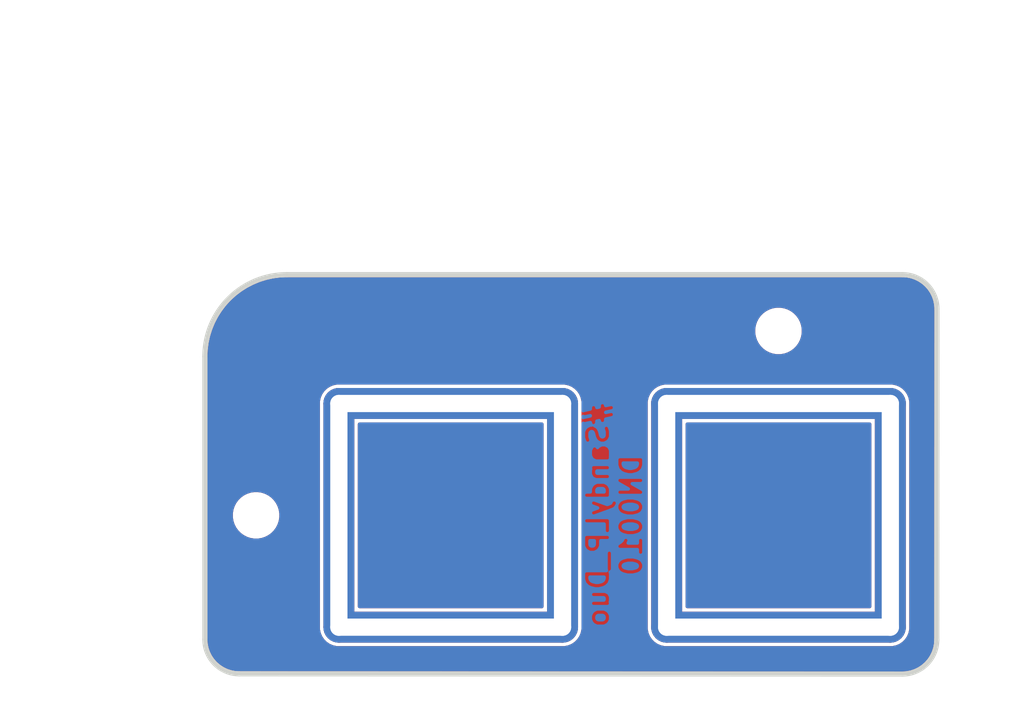
<source format=kicad_pcb>
(kicad_pcb (version 20240108) (generator "pcbnew") (generator_version "8.0")
  (title_block (title "Sandy") (date "2023-01-06") (rev "v.0") (company "@jpskenn"))
  (layers (0 "F.Cu" signal) (31 "B.Cu" signal) (34 "B.Paste" user) (35 "F.Paste" user) (36 "B.SilkS" user "B.Silkscreen") (37 "F.SilkS" user "F.Silkscreen") (38 "B.Mask" user) (39 "F.Mask" user) (44 "Edge.Cuts" user))
  (net 0 "")
  (footprint "MountingHole:MountingHole_2.2mm_M2" (layer "F.Cu") (at 28.7975 49.62528)
    (property "Reference" "H1" (hide yes))
    (property "Value" "MountingHole")
    (pad "" np_thru_hole circle (at 0 0) (size 2.2 2.2) (drill 2.2) (layers "*.Cu" "*.Mask"))
  )
  (footprint "locallib:SandyLPD_outline_Mid-ISO" (layer "F.Cu") (at 68.683435 59.15028)
    (property "Reference" "Cutout1" (hide yes))
    (property "Value" "60_Outline" (hide yes))
    (fp_line (start -42.8625 -2.314214) (end -42.8625 -18.750042) (stroke (width 0.3)) (layer "Edge.Cuts"))
    (fp_line (start -40.8625 -0.314214) (end -2.325 -0.3) (stroke (width 0.3)) (layer "Edge.Cuts"))
    (fp_line (start -38.1 -23.512542) (end -2.315 -23.512542) (stroke (width 0.3)) (layer "Edge.Cuts"))
    (fp_line (start -0.325 -2.3) (end -0.315 -21.512542) (stroke (width 0.3)) (layer "Edge.Cuts"))
    (fp_arc (start -42.8625 -18.750042) (mid -41.467596 -22.117638) (end -38.1 -23.512542) (stroke (width 0.3)) (layer "Edge.Cuts"))
    (fp_arc (start -40.8625 -0.314214) (mid -42.276714 -0.9) (end -42.8625 -2.314214) (stroke (width 0.3)) (layer "Edge.Cuts"))
    (fp_arc (start -2.315 -23.512542) (mid -0.900774 -22.926768) (end -0.315 -21.512542) (stroke (width 0.3)) (layer "Edge.Cuts"))
    (fp_arc (start -0.325 -2.3) (mid -0.910786 -0.885786) (end -2.325 -0.3) (stroke (width 0.3)) (layer "Edge.Cuts"))
  )
  (footprint "MountingHole:MountingHole_2.2mm_M2" (layer "F.Cu") (at 59.158435 38.909656)
    (property "Reference" "H2" (hide yes))
    (property "Value" "MountingHole")
    (pad "" np_thru_hole circle (at 0 0) (size 2.2 2.2) (drill 2.2) (layers "*.Cu" "*.Mask"))
  )
  (footprint "locallib:MX-Switch-Hole-with-narrow-frame" (layer "F.Cu") (at 59.158463 49.62529)
    (property "Reference" "SW2" (hide yes))
    (property "Value" "SW_Push")
    (pad "" np_thru_hole roundrect (at -6.5 0 90) (size 14.8 1.8) (drill oval 14 1) (layers "F&B.Cu" "*.Mask") (roundrect_rratio 0.5))
    (pad "" np_thru_hole roundrect (at 0 -6.5) (size 14.8 1.8) (drill oval 14 1) (layers "F&B.Cu" "*.Mask") (roundrect_rratio 0.5))
    (pad "" np_thru_hole roundrect (at 0 6.5) (size 14.8 1.8) (drill oval 14 1) (layers "F&B.Cu" "*.Mask") (roundrect_rratio 0.5))
    (pad "" np_thru_hole roundrect (at 6.5 0 90) (size 14.8 1.8) (drill oval 14 1) (layers "F&B.Cu" "*.Mask") (roundrect_rratio 0.5))
  )
  (footprint "locallib:MX-Switch-Hole-with-narrow-frame" (layer "F.Cu") (at 40.108447 49.62529)
    (property "Reference" "SW1" (hide yes))
    (property "Value" "SW_Push")
    (pad "" np_thru_hole roundrect (at -6.5 0 90) (size 14.8 1.8) (drill oval 14 1) (layers "F&B.Cu" "*.Mask") (roundrect_rratio 0.5))
    (pad "" np_thru_hole roundrect (at 0 -6.5) (size 14.8 1.8) (drill oval 14 1) (layers "F&B.Cu" "*.Mask") (roundrect_rratio 0.5))
    (pad "" np_thru_hole roundrect (at 0 6.5) (size 14.8 1.8) (drill oval 14 1) (layers "F&B.Cu" "*.Mask") (roundrect_rratio 0.5))
    (pad "" np_thru_hole roundrect (at 6.5 0 90) (size 14.8 1.8) (drill oval 14 1) (layers "F&B.Cu" "*.Mask") (roundrect_rratio 0.5))
  )
  (zone (net 0) (net_name "") (layers "F&B.Cu") (connect_pads (clearance 0.2)) (min_thickness 0.2) (fill yes (thermal_gap 0.3) (thermal_bridge_width 0.5))
    (polygon (pts (xy 73.445935 61.53153) (xy 13.914685 61.53153) (xy 13.914685 21.05028) (xy 73.445935 21.05028)))
  )
  (zone (net 0) (net_name "") (layer "B.Cu") (connect_pads (clearance 0)) (min_thickness 0.25)
    (keepout (tracks not_allowed) (vias not_allowed) (pads not_allowed) (copperpour not_allowed) (footprints allowed))
    (fill (thermal_gap 0.5) (thermal_bridge_width 0.5))
    (polygon (pts (xy 48.373687 44.479876) (xy 48.376675 44.481113) (xy 48.379901 44.481343) (xy 48.396379 44.487649) (xy 48.510664 44.544792) (xy 48.518219 44.549548) (xy 48.520416 44.550458) (xy 48.522889 44.552487) (xy 48.525595 44.554191) (xy 48.52715 44.555984) (xy 48.534054 44.56165) (xy 48.591196 44.618793) (xy 48.596858 44.625692) (xy 48.598657 44.627252) (xy 48.600363 44.629962) (xy 48.602389 44.632431) (xy 48.603297 44.634624) (xy 48.608055 44.642183) (xy 48.665198 44.756469) (xy 48.665688 44.75775) (xy 48.666077 44.758275) (xy 48.668713 44.765655) (xy 48.671504 44.772946) (xy 48.67155 44.773594) (xy 48.672013 44.77489) (xy 48.72676 44.993879) (xy 48.772953 45.086264) (xy 48.80944 45.12275) (xy 48.89166 45.163861) (xy 48.963455 45.163861) (xy 49.045675 45.12275) (xy 49.082161 45.086264) (xy 49.123271 45.004044) (xy 49.123271 44.754181) (xy 49.070747 44.596607) (xy 49.066835 44.579403) (xy 49.069326 44.544375) (xy 49.08503 44.512966) (xy 49.111559 44.489958) (xy 49.144873 44.478853) (xy 49.179901 44.481344) (xy 49.21131 44.497048) (xy 49.234318 44.523577) (xy 49.241511 44.539687) (xy 49.298653 44.711116) (xy 49.300633 44.719823) (xy 49.301542 44.722018) (xy 49.301855 44.725198) (xy 49.302565 44.72832) (xy 49.302396 44.730693) (xy 49.303271 44.739576) (xy 49.303271 45.02529) (xy 49.301542 45.042848) (xy 49.300304 45.045836) (xy 49.300075 45.049061) (xy 49.29377 45.065539) (xy 49.236628 45.179825) (xy 49.231869 45.187383) (xy 49.230961 45.189578) (xy 49.228933 45.192048) (xy 49.227229 45.194756) (xy 49.225432 45.196313) (xy 49.219768 45.203216) (xy 49.162625 45.260358) (xy 49.155726 45.266019) (xy 49.154167 45.267818) (xy 49.151457 45.269523) (xy 49.148987 45.271551) (xy 49.146791 45.27246) (xy 49.139236 45.277216) (xy 49.024949 45.334359) (xy 49.008472 45.340665) (xy 49.005246 45.340894) (xy 49.002258 45.342132) (xy 48.9847 45.343861) (xy 48.870414 45.343861) (xy 48.852856 45.342132) (xy 48.849867 45.340894) (xy 48.846642 45.340665) (xy 48.830165 45.334359) (xy 48.715879 45.277216) (xy 48.708323 45.27246) (xy 48.706128 45.271551) (xy 48.703657 45.269523) (xy 48.700948 45.267818) (xy 48.699388 45.266019) (xy 48.69249 45.260358) (xy 48.635347 45.203216) (xy 48.629684 45.196316) (xy 48.627886 45.194757) (xy 48.626179 45.192046) (xy 48.624154 45.189578) (xy 48.623245 45.187384) (xy 48.618488 45.179826) (xy 48.561345 45.065539) (xy 48.560854 45.064257) (xy 48.560466 45.063733) (xy 48.557826 45.056346) (xy 48.555039 45.049062) (xy 48.554993 45.048414) (xy 48.55453 45.047119) (xy 48.499783 44.82813) (xy 48.45359 44.735745) (xy 48.417099 44.699255) (xy 48.334883 44.658147) (xy 48.263089 44.658147) (xy 48.18087 44.699255) (xy 48.144379 44.735747) (xy 48.103271 44.817964) (xy 48.103271 45.067828) (xy 48.155795 45.2254) (xy 48.159708 45.242604) (xy 48.157218 45.277632) (xy 48.141513 45.309041) (xy 48.114985 45.33205) (xy 48.081671 45.343154) (xy 48.046643 45.340665) (xy 48.015234 45.32496) (xy 47.992225 45.298432) (xy 47.985033 45.282322) (xy 47.92789 45.110894) (xy 47.925909 45.102186) (xy 47.925 45.099991) (xy 47.924686 45.09681) (xy 47.923977 45.09369) (xy 47.924145 45.091316) (xy 47.923271 45.082433) (xy 47.923271 44.796718) (xy 47.925 44.77916) (xy 47.926237 44.776171) (xy 47.926467 44.772946) (xy 47.932773 44.756468) (xy 47.989916 44.642183) (xy 47.994672 44.634627) (xy 47.995582 44.632431) (xy 47.997611 44.629957) (xy 47.999315 44.627252) (xy 48.001108 44.625696) (xy 48.006774 44.618793) (xy 48.063917 44.561651) (xy 48.070819 44.555986) (xy 48.072377 44.55419) (xy 48.075083 44.552486) (xy 48.077555 44.550458) (xy 48.079751 44.549548) (xy 48.087308 44.544792) (xy 48.201594 44.487648) (xy 48.218072 44.481343) (xy 48.221296 44.481113) (xy 48.224285 44.479876) (xy 48.241843 44.478147) (xy 48.356129 44.478147)))
  )
  (zone (net 0) (net_name "") (layer "B.Cu") (connect_pads (clearance 0)) (min_thickness 0.25)
    (keepout (tracks not_allowed) (vias not_allowed) (pads not_allowed) (copperpour not_allowed) (footprints allowed))
    (fill (thermal_gap 0.5) (thermal_bridge_width 0.5))
    (polygon (pts (xy 50.311833 50.995629) (xy 50.343242 51.011333) (xy 50.366249 51.037862) (xy 50.377354 51.071176) (xy 50.374865 51.106204) (xy 50.36856 51.122682) (xy 50.311416 51.236968) (xy 50.306659 51.244524) (xy 50.30575 51.246721) (xy 50.303721 51.249192) (xy 50.302018 51.251899) (xy 50.300221 51.253456) (xy 50.294557 51.260359) (xy 50.219625 51.33529) (xy 51.055203 51.33529) (xy 51.055203 51.082433) (xy 51.056932 51.064875) (xy 51.070371 51.032432) (xy 51.095202 51.007601) (xy 51.127645 50.994162) (xy 51.162761 50.994162) (xy 51.195204 51.007601) (xy 51.220035 51.032432) (xy 51.233474 51.064875) (xy 51.235203 51.082433) (xy 51.235203 51.768147) (xy 51.233474 51.785705) (xy 51.220035 51.818148) (xy 51.195204 51.842979) (xy 51.162761 51.856418) (xy 51.127645 51.856418) (xy 51.095202 51.842979) (xy 51.070371 51.818148) (xy 51.056932 51.785705) (xy 51.055203 51.768147) (xy 51.055203 51.51529) (xy 49.945203 51.51529) (xy 49.94514 51.515283) (xy 49.945109 51.51529) (xy 49.945017 51.515271) (xy 49.927645 51.513561) (xy 49.919411 51.51015) (xy 49.910675 51.508403) (xy 49.903348 51.503496) (xy 49.895202 51.500122) (xy 49.888901 51.493821) (xy 49.881497 51.488863) (xy 49.876604 51.481524) (xy 49.870371 51.475291) (xy 49.866961 51.46706) (xy 49.862018 51.459645) (xy 49.860306 51.450995) (xy 49.856932 51.442848) (xy 49.856932 51.433935) (xy 49.855203 51.425196) (xy 49.856932 51.416551) (xy 49.856932 51.407732) (xy 49.860342 51.399498) (xy 49.86209 51.390762) (xy 49.866996 51.383435) (xy 49.870371 51.375289) (xy 49.876671 51.368988) (xy 49.88163 51.361584) (xy 49.895141 51.350518) (xy 49.895202 51.350458) (xy 49.895228 51.350446) (xy 49.89528 51.350405) (xy 50.059296 51.24106) (xy 50.156951 51.143405) (xy 50.207563 51.042183) (xy 50.216961 51.027252) (xy 50.243491 51.004245) (xy 50.276805 50.99314)))
  )
  (zone (net 0) (net_name "") (layer "B.Cu") (connect_pads (clearance 0)) (min_thickness 0.25)
    (keepout (tracks not_allowed) (vias not_allowed) (pads not_allowed) (copperpour not_allowed) (footprints allowed))
    (fill (thermal_gap 0.5) (thermal_bridge_width 0.5))
    (polygon (pts (xy 49.230829 49.851304) (xy 49.263272 49.864743) (xy 49.288103 49.889574) (xy 49.301542 49.922017) (xy 49.303271 49.939575) (xy 49.303271 50.511003) (xy 49.301542 50.528561) (xy 49.288103 50.561004) (xy 49.263272 50.585835) (xy 49.230829 50.599274) (xy 49.195713 50.599274) (xy 49.16327 50.585835) (xy 49.138439 50.561004) (xy 49.125 50.528561) (xy 49.123271 50.511003) (xy 49.123271 50.029575) (xy 48.013271 50.029575) (xy 47.995713 50.027846) (xy 47.96327 50.014407) (xy 47.938439 49.989576) (xy 47.925 49.957133) (xy 47.925 49.922017) (xy 47.938439 49.889574) (xy 47.96327 49.864743) (xy 47.995713 49.851304) (xy 48.013271 49.849575) (xy 49.213271 49.849575)))
  )
  (zone (net 0) (net_name "") (layer "B.Cu") (connect_pads (clearance 0)) (min_thickness 0.25)
    (keepout (tracks not_allowed) (vias not_allowed) (pads not_allowed) (copperpour not_allowed) (footprints allowed))
    (fill (thermal_gap 0.5) (thermal_bridge_width 0.5))
    (polygon (pts (xy 49.059401 54.137019) (xy 49.062389 54.138256) (xy 49.065615 54.138486) (xy 49.082092 54.144792) (xy 49.196379 54.201935) (xy 49.199316 54.203783) (xy 49.2007 54.204245) (xy 49.202422 54.205739) (xy 49.21131 54.211333) (xy 49.218704 54.21986) (xy 49.227229 54.227253) (xy 49.232824 54.236142) (xy 49.234317 54.237863) (xy 49.234777 54.239244) (xy 49.236628 54.242184) (xy 49.293769 54.356469) (xy 49.300075 54.372946) (xy 49.300304 54.376171) (xy 49.301542 54.37916) (xy 49.303271 54.396718) (xy 49.303271 54.568147) (xy 49.301542 54.585705) (xy 49.300304 54.588693) (xy 49.300075 54.591918) (xy 49.29377 54.608396) (xy 49.264821 54.666293) (xy 49.288103 54.689575) (xy 49.301542 54.722018) (xy 49.301542 54.757134) (xy 49.288103 54.789577) (xy 49.263272 54.814408) (xy 49.230829 54.827847) (xy 49.213271 54.829576) (xy 48.413271 54.829576) (xy 48.395713 54.827847) (xy 48.36327 54.814408) (xy 48.338439 54.789577) (xy 48.325 54.757134) (xy 48.325 54.722018) (xy 48.338439 54.689575) (xy 48.36327 54.664744) (xy 48.395713 54.651305) (xy 48.413271 54.649576) (xy 49.061706 54.649576) (xy 49.082161 54.629121) (xy 49.123271 54.546901) (xy 49.123271 54.417964) (xy 49.089046 54.349514) (xy 49.020598 54.31529) (xy 48.413271 54.31529) (xy 48.395713 54.313561) (xy 48.36327 54.300122) (xy 48.338439 54.275291) (xy 48.325 54.242848) (xy 48.325 54.207732) (xy 48.338439 54.175289) (xy 48.36327 54.150458) (xy 48.395713 54.137019) (xy 48.413271 54.13529) (xy 49.041843 54.13529)))
  )
  (zone (net 0) (net_name "") (layer "B.Cu") (connect_pads (clearance 0)) (min_thickness 0.25)
    (keepout (tracks not_allowed) (vias not_allowed) (pads not_allowed) (copperpour not_allowed) (footprints allowed))
    (fill (thermal_gap 0.5) (thermal_bridge_width 0.5))
    (polygon (pts (xy 50.691122 52.135591) (xy 50.692436 52.135396) (xy 50.69901 52.136368) (xy 50.705619 52.137019) (xy 50.706844 52.137526) (xy 50.709889 52.137977) (xy 50.938461 52.19512) (xy 50.939756 52.195583) (xy 50.940404 52.195629) (xy 50.947688 52.198416) (xy 50.955075 52.201056) (xy 50.955599 52.201444) (xy 50.956881 52.201935) (xy 51.071168 52.259078) (xy 51.078726 52.263835) (xy 51.08092 52.264744) (xy 51.083389 52.26677) (xy 51.086099 52.268476) (xy 51.087657 52.270273) (xy 51.094558 52.275936) (xy 51.1517 52.333079) (xy 51.157364 52.339981) (xy 51.159161 52.341539) (xy 51.160865 52.344246) (xy 51.162893 52.346717) (xy 51.163801 52.348911) (xy 51.16856 52.35647) (xy 51.225701 52.470755) (xy 51.232007 52.487232) (xy 51.232236 52.490457) (xy 51.233474 52.493446) (xy 51.235203 52.511004) (xy 51.235203 52.62529) (xy 51.233474 52.642848) (xy 51.232236 52.645836) (xy 51.232007 52.649061) (xy 51.225702 52.665539) (xy 51.16856 52.779825) (xy 51.163801 52.787383) (xy 51.162893 52.789578) (xy 51.160865 52.792048) (xy 51.159161 52.794756) (xy 51.157364 52.796313) (xy 51.1517 52.803216) (xy 51.094558 52.860359) (xy 51.087654 52.866024) (xy 51.086098 52.867819) (xy 51.083392 52.869522) (xy 51.08092 52.871551) (xy 51.078724 52.87246) (xy 51.071166 52.877218) (xy 50.956881 52.93436) (xy 50.955596 52.934851) (xy 50.955075 52.935238) (xy 50.947697 52.937873) (xy 50.940403 52.940665) (xy 50.939757 52.94071) (xy 50.938461 52.941174) (xy 50.709889 52.998317) (xy 50.706844 52.998767) (xy 50.705619 52.999275) (xy 50.69901 52.999925) (xy 50.692436 53.000898) (xy 50.691122 53.000702) (xy 50.688061 53.001004) (xy 50.402346 53.001004) (xy 50.399284 53.000702) (xy 50.397971 53.000898) (xy 50.391396 52.999925) (xy 50.384788 52.999275) (xy 50.383562 52.998767) (xy 50.380518 52.998317) (xy 50.151947 52.941174) (xy 50.15065 52.94071) (xy 50.150004 52.940665) (xy 50.142703 52.937871) (xy 50.135332 52.935238) (xy 50.13481 52.934851) (xy 50.133526 52.93436) (xy 50.01924 52.877218) (xy 50.011681 52.872459) (xy 50.009487 52.871551) (xy 50.007016 52.869523) (xy 50.004309 52.867819) (xy 50.002751 52.866022) (xy 49.995849 52.860358) (xy 49.938706 52.803216) (xy 49.933043 52.796315) (xy 49.931246 52.794757) (xy 49.92954 52.792047) (xy 49.927514 52.789578) (xy 49.926605 52.787384) (xy 49.921848 52.779826) (xy 49.864705 52.665539) (xy 49.858399 52.649062) (xy 49.858169 52.645836) (xy 49.856932 52.642848) (xy 49.855203 52.62529) (xy 49.855203 52.511004) (xy 49.856932 52.493446) (xy 49.858169 52.490457) (xy 49.858399 52.487232) (xy 49.864705 52.470754) (xy 49.921848 52.356469) (xy 49.926604 52.348913) (xy 49.927514 52.346717) (xy 49.929543 52.344243) (xy 49.931247 52.341538) (xy 49.93304 52.339982) (xy 49.938706 52.333079) (xy 49.995849 52.275937) (xy 50.002751 52.270272) (xy 50.004309 52.268476) (xy 50.007015 52.266772) (xy 50.009487 52.264744) (xy 50.011683 52.263834) (xy 50.01924 52.259078) (xy 50.133526 52.201934) (xy 50.13481 52.201442) (xy 50.135332 52.201056) (xy 50.142703 52.198422) (xy 50.150004 52.195629) (xy 50.15065 52.195583) (xy 50.151947 52.19512) (xy 50.380518 52.137977) (xy 50.383562 52.137526) (xy 50.384788 52.137019) (xy 50.391396 52.136368) (xy 50.397971 52.135396) (xy 50.399284 52.135591) (xy 50.402346 52.13529) (xy 50.688061 52.13529)))
    (polygon (pts (xy 50.413427 52.31529) (xy 50.205186 52.36735) (xy 50.112802 52.413541) (xy 50.076311 52.450033) (xy 50.035203 52.53225) (xy 50.035203 52.604044) (xy 50.076312 52.686263) (xy 50.1128 52.722751) (xy 50.205186 52.768943) (xy 50.413427 52.821004) (xy 50.676981 52.821004) (xy 50.885218 52.768944) (xy 50.977605 52.722751) (xy 51.014093 52.686264) (xy 51.055203 52.604044) (xy 51.055203 52.53225) (xy 51.014093 52.45003) (xy 50.977605 52.413542) (xy 50.885221 52.36735) (xy 50.676981 52.31529)))
  )
  (zone (net 0) (net_name "") (layer "B.Cu") (connect_pads (clearance 0)) (min_thickness 0.25)
    (keepout (tracks not_allowed) (vias not_allowed) (pads not_allowed) (copperpour not_allowed) (footprints allowed))
    (fill (thermal_gap 0.5) (thermal_bridge_width 0.5))
    (polygon (pts (xy 49.377558 51.750458) (xy 49.402389 51.775289) (xy 49.415828 51.807732) (xy 49.417557 51.82529) (xy 49.417557 52.739575) (xy 49.415828 52.757133) (xy 49.402389 52.789576) (xy 49.377558 52.814407) (xy 49.345115 52.827846) (xy 49.309999 52.827846) (xy 49.277556 52.814407) (xy 49.252725 52.789576) (xy 49.239286 52.757133) (xy 49.237557 52.739575) (xy 49.237557 51.82529) (xy 49.239286 51.807732) (xy 49.252725 51.775289) (xy 49.277556 51.750458) (xy 49.309999 51.737019) (xy 49.345115 51.737019)))
  )
  (zone (net 0) (net_name "") (layer "B.Cu") (connect_pads (clearance 0)) (min_thickness 0.25)
    (keepout (tracks not_allowed) (vias not_allowed) (pads not_allowed) (copperpour not_allowed) (footprints allowed))
    (fill (thermal_gap 0.5) (thermal_bridge_width 0.5))
    (polygon (pts (xy 48.977558 43.179029) (xy 49.002389 43.20386) (xy 49.015828 43.236303) (xy 49.017557 43.253861) (xy 49.017557 43.370237) (xy 49.422319 43.28029) (xy 49.439834 43.278169) (xy 49.47442 43.28425) (xy 49.504046 43.303103) (xy 49.524203 43.331858) (xy 49.531821 43.366138) (xy 49.52574 43.400724) (xy 49.506887 43.43035) (xy 49.478131 43.450507) (xy 49.461367 43.456004) (xy 49.017557 43.554628) (xy 49.017557 43.770237) (xy 49.422319 43.68029) (xy 49.439834 43.678169) (xy 49.47442 43.68425) (xy 49.504046 43.703103) (xy 49.524203 43.731858) (xy 49.531821 43.766138) (xy 49.52574 43.800724) (xy 49.506887 43.83035) (xy 49.478131 43.850507) (xy 49.461367 43.856004) (xy 49.017557 43.954628) (xy 49.017557 44.111004) (xy 49.015828 44.128562) (xy 49.002389 44.161005) (xy 48.977558 44.185836) (xy 48.945115 44.199275) (xy 48.909999 44.199275) (xy 48.877556 44.185836) (xy 48.852725 44.161005) (xy 48.839286 44.128562) (xy 48.837557 44.111004) (xy 48.837557 43.994628) (xy 48.503271 44.068914) (xy 48.503271 44.22529) (xy 48.501542 44.242848) (xy 48.488103 44.275291) (xy 48.463272 44.300122) (xy 48.430829 44.313561) (xy 48.395713 44.313561) (xy 48.36327 44.300122) (xy 48.338439 44.275291) (xy 48.325 44.242848) (xy 48.323271 44.22529) (xy 48.323271 44.108914) (xy 47.91851 44.198861) (xy 47.900995 44.200982) (xy 47.866409 44.194901) (xy 47.836783 44.176048) (xy 47.816626 44.147293) (xy 47.809008 44.113013) (xy 47.815089 44.078427) (xy 47.833942 44.048801) (xy 47.862697 44.028644) (xy 47.879462 44.023147) (xy 48.323271 43.924522) (xy 48.323271 43.708914) (xy 47.91851 43.798861) (xy 47.900995 43.800982) (xy 47.866409 43.794901) (xy 47.836783 43.776048) (xy 47.816626 43.747293) (xy 47.809008 43.713013) (xy 47.815089 43.678427) (xy 47.833942 43.648801) (xy 47.862697 43.628644) (xy 47.879462 43.623147) (xy 48.323271 43.524522) (xy 48.323271 43.368147) (xy 48.325 43.350589) (xy 48.338439 43.318146) (xy 48.36327 43.293315) (xy 48.395713 43.279876) (xy 48.430829 43.279876) (xy 48.463272 43.293315) (xy 48.488103 43.318146) (xy 48.501542 43.350589) (xy 48.503271 43.368147) (xy 48.503271 43.484522) (xy 48.837557 43.410237) (xy 48.837557 43.253861) (xy 48.839286 43.236303) (xy 48.852725 43.20386) (xy 48.877556 43.179029) (xy 48.909999 43.16559) (xy 48.945115 43.16559)))
    (polygon (pts (xy 48.503271 43.668914) (xy 48.503271 43.884522) (xy 48.837557 43.810237) (xy 48.837557 43.594628)))
  )
  (zone (net 0) (net_name "") (layer "B.Cu") (connect_pads (clearance 0)) (min_thickness 0.25)
    (keepout (tracks not_allowed) (vias not_allowed) (pads not_allowed) (copperpour not_allowed) (footprints allowed))
    (fill (thermal_gap 0.5) (thermal_bridge_width 0.5))
    (polygon (pts (xy 49.230829 50.822733) (xy 49.263272 50.836172) (xy 49.288103 50.861003) (xy 49.301542 50.893446) (xy 49.301542 50.928562) (xy 49.288103 50.961005) (xy 49.263272 50.985836) (xy 49.230829 50.999275) (xy 49.213271 51.001004) (xy 48.731843 51.001004) (xy 48.731843 51.368147) (xy 48.730114 51.385705) (xy 48.728876 51.388693) (xy 48.728647 51.391919) (xy 48.722341 51.408396) (xy 48.665198 51.522682) (xy 48.66044 51.53024) (xy 48.659532 51.532434) (xy 48.657506 51.534902) (xy 48.6558 51.537613) (xy 48.654001 51.539172) (xy 48.648339 51.546072) (xy 48.591197 51.603215) (xy 48.584296 51.608877) (xy 48.582738 51.610675) (xy 48.580028 51.61238) (xy 48.577559 51.614407) (xy 48.575365 51.615315) (xy 48.567807 51.620073) (xy 48.45352 51.677216) (xy 48.437043 51.683522) (xy 48.433817 51.683751) (xy 48.430829 51.684989) (xy 48.413271 51.686718) (xy 48.241843 51.686718) (xy 48.224285 51.684989) (xy 48.221296 51.683751) (xy 48.218072 51.683522) (xy 48.201594 51.677217) (xy 48.087308 51.620073) (xy 48.079751 51.615316) (xy 48.077555 51.614407) (xy 48.075083 51.612378) (xy 48.072377 51.610675) (xy 48.070819 51.608878) (xy 48.063917 51.603214) (xy 48.006774 51.546072) (xy 48.001108 51.539168) (xy 47.999315 51.537613) (xy 47.997611 51.534907) (xy 47.995582 51.532434) (xy 47.994672 51.530237) (xy 47.989916 51.522682) (xy 47.932773 51.408397) (xy 47.926467 51.391919) (xy 47.926237 51.388693) (xy 47.925 51.385705) (xy 47.923271 51.368147) (xy 47.923271 50.911004) (xy 47.925 50.893446) (xy 47.938439 50.861003) (xy 47.96327 50.836172) (xy 47.995713 50.822733) (xy 48.013271 50.821004) (xy 49.213271 50.821004)))
    (polygon (pts (xy 48.103271 51.001004) (xy 48.103271 51.346901) (xy 48.144379 51.429117) (xy 48.18087 51.465609) (xy 48.263089 51.506718) (xy 48.392026 51.506718) (xy 48.474244 51.465608) (xy 48.510733 51.429119) (xy 48.551843 51.3469) (xy 48.551843 51.001004)))
  )
  (zone (net 0) (net_name "") (layer "B.Cu") (connect_pads (clearance 0)) (min_thickness 0.25)
    (keepout (tracks not_allowed) (vias not_allowed) (pads not_allowed) (copperpour not_allowed) (footprints allowed))
    (fill (thermal_gap 0.5) (thermal_bridge_width 0.5))
    (polygon (pts (xy 49.002258 47.794161) (xy 49.005246 47.795398) (xy 49.008472 47.795628) (xy 49.024949 47.801934) (xy 49.139236 47.859077) (xy 49.146794 47.863834) (xy 49.148988 47.864743) (xy 49.151457 47.866769) (xy 49.154167 47.868475) (xy 49.155725 47.870272) (xy 49.162626 47.875935) (xy 49.219768 47.933078) (xy 49.225432 47.93998) (xy 49.227229 47.941538) (xy 49.228933 47.944245) (xy 49.230961 47.946716) (xy 49.231869 47.94891) (xy 49.236628 47.956469) (xy 49.293769 48.070754) (xy 49.300075 48.087231) (xy 49.300304 48.090456) (xy 49.301542 48.093445) (xy 49.303271 48.111003) (xy 49.303271 48.339575) (xy 49.301542 48.357133) (xy 49.300304 48.360121) (xy 49.300075 48.363346) (xy 49.29377 48.379824) (xy 49.283869 48.399626) (xy 49.288103 48.40386) (xy 49.301542 48.436303) (xy 49.301542 48.471419) (xy 49.288103 48.503862) (xy 49.263272 48.528693) (xy 49.230829 48.542132) (xy 49.213271 48.543861) (xy 48.013271 48.543861) (xy 47.995713 48.542132) (xy 47.96327 48.528693) (xy 47.938439 48.503862) (xy 47.925 48.471419) (xy 47.925 48.436303) (xy 47.938439 48.40386) (xy 47.96327 48.379029) (xy 47.995713 48.36559) (xy 48.013271 48.363861) (xy 48.326664 48.363861) (xy 48.326467 48.363347) (xy 48.326237 48.360121) (xy 48.325 48.357133) (xy 48.323271 48.339575) (xy 48.323271 48.111003) (xy 48.325 48.093445) (xy 48.326237 48.090456) (xy 48.326467 48.087231) (xy 48.332773 48.070753) (xy 48.389916 47.956468) (xy 48.394672 47.948912) (xy 48.395582 47.946716) (xy 48.397611 47.944242) (xy 48.399315 47.941537) (xy 48.401108 47.939981) (xy 48.406774 47.933078) (xy 48.463917 47.875936) (xy 48.470819 47.870271) (xy 48.472377 47.868475) (xy 48.475083 47.866771) (xy 48.477555 47.864743) (xy 48.479751 47.863833) (xy 48.487308 47.859077) (xy 48.601594 47.801933) (xy 48.618072 47.795628) (xy 48.621296 47.795398) (xy 48.624285 47.794161) (xy 48.641843 47.792432) (xy 48.9847 47.792432)))
    (polygon (pts (xy 48.663089 47.972432) (xy 48.58087 48.01354) (xy 48.544379 48.050032) (xy 48.503271 48.132249) (xy 48.503271 48.318329) (xy 48.526037 48.363861) (xy 49.100505 48.363861) (xy 49.123271 48.318329) (xy 49.123271 48.132249) (xy 49.082161 48.050029) (xy 49.045673 48.013541) (xy 48.963455 47.972432)))
  )
  (zone (net 0) (net_name "") (layer "B.Cu") (connect_pads (clearance 0)) (min_thickness 0.25)
    (keepout (tracks not_allowed) (vias not_allowed) (pads not_allowed) (copperpour not_allowed) (footprints allowed))
    (fill (thermal_gap 0.5) (thermal_bridge_width 0.5))
    (polygon (pts (xy 49.059401 45.622733) (xy 49.062389 45.62397) (xy 49.065615 45.6242) (xy 49.082092 45.630506) (xy 49.196379 45.687649) (xy 49.199316 45.689497) (xy 49.2007 45.689959) (xy 49.202422 45.691453) (xy 49.21131 45.697047) (xy 49.218704 45.705574) (xy 49.227229 45.712967) (xy 49.232824 45.721856) (xy 49.234317 45.723577) (xy 49.234777 45.724958) (xy 49.236628 45.727898) (xy 49.29377 45.842184) (xy 49.300075 45.858662) (xy 49.300304 45.861886) (xy 49.301542 45.864875) (xy 49.303271 45.882433) (xy 49.303271 46.168147) (xy 49.301542 46.185705) (xy 49.300304 46.188693) (xy 49.300075 46.191918) (xy 49.29377 46.208396) (xy 49.283869 46.228198) (xy 49.288103 46.232432) (xy 49.301542 46.264875) (xy 49.301542 46.299991) (xy 49.288103 46.332434) (xy 49.263272 46.357265) (xy 49.230829 46.370704) (xy 49.213271 46.372433) (xy 48.5847 46.372433) (xy 48.567142 46.370704) (xy 48.564153 46.369466) (xy 48.560929 46.369237) (xy 48.544451 46.362932) (xy 48.430165 46.305788) (xy 48.427227 46.303939) (xy 48.425844 46.303478) (xy 48.42412 46.301983) (xy 48.415234 46.29639) (xy 48.407841 46.287865) (xy 48.399314 46.280471) (xy 48.39372 46.271583) (xy 48.392226 46.269861) (xy 48.391764 46.268477) (xy 48.389916 46.26554) (xy 48.332773 46.151253) (xy 48.326467 46.134776) (xy 48.326237 46.13155) (xy 48.325 46.128562) (xy 48.323271 46.111004) (xy 48.323271 45.882433) (xy 48.325 45.864875) (xy 48.326237 45.861886) (xy 48.326467 45.858661) (xy 48.332773 45.842184) (xy 48.389916 45.727897) (xy 48.399314 45.712966) (xy 48.425844 45.689959) (xy 48.459158 45.678854) (xy 48.494186 45.681343) (xy 48.525595 45.697047) (xy 48.548602 45.723576) (xy 48.559707 45.75689) (xy 48.557218 45.791918) (xy 48.550913 45.808396) (xy 48.503271 45.903678) (xy 48.503271 46.089758) (xy 48.537496 46.158208) (xy 48.605946 46.192433) (xy 48.643363 46.192433) (xy 48.666129 46.146901) (xy 48.666129 45.882433) (xy 48.667858 45.864875) (xy 48.669095 45.861886) (xy 48.669325 45.858662) (xy 48.67563 45.842184) (xy 48.732772 45.727899) (xy 48.734621 45.724961) (xy 48.735083 45.723576) (xy 48.736578 45.721851) (xy 48.742171 45.712967) (xy 48.750696 45.705572) (xy 48.758091 45.697047) (xy 48.766974 45.691455) (xy 48.7687 45.689959) (xy 48.770086 45.689496) (xy 48.773022 45.687649) (xy 48.887308 45.630505) (xy 48.903786 45.6242) (xy 48.90701 45.62397) (xy 48.909999 45.622733) (xy 48.927557 45.621004) (xy 49.041843 45.621004)))
    (polygon (pts (xy 48.948803 45.801004) (xy 48.880354 45.835228) (xy 48.846129 45.903679) (xy 48.846129 46.168147) (xy 48.8444 46.185705) (xy 48.843162 46.188693) (xy 48.842933 46.191918) (xy 48.842736 46.192433) (xy 49.100505 46.192433) (xy 49.123271 46.146901) (xy 49.123271 45.903678) (xy 49.089046 45.835228) (xy 49.020598 45.801004)))
  )
  (zone (net 0) (net_name "") (layer "B.Cu") (connect_pads (clearance 0)) (min_thickness 0.25)
    (keepout (tracks not_allowed) (vias not_allowed) (pads not_allowed) (copperpour not_allowed) (footprints allowed))
    (fill (thermal_gap 0.5) (thermal_bridge_width 0.5))
    (polygon (pts (xy 49.230829 52.937019) (xy 49.263272 52.950458) (xy 49.288103 52.975289) (xy 49.301542 53.007732) (xy 49.303271 53.02529) (xy 49.303271 53.311004) (xy 49.302396 53.319886) (xy 49.302565 53.32226) (xy 49.301855 53.325381) (xy 49.301542 53.328562) (xy 49.300633 53.330756) (xy 49.298653 53.339464) (xy 49.241511 53.510893) (xy 49.234318 53.527003) (xy 49.232198 53.529446) (xy 49.230961 53.532435) (xy 49.219768 53.546073) (xy 49.105482 53.660358) (xy 49.098583 53.666019) (xy 49.097024 53.667818) (xy 49.094314 53.669523) (xy 49.091844 53.671551) (xy 49.089648 53.67246) (xy 49.082093 53.677216) (xy 48.967806 53.734359) (xy 48.966524 53.734849) (xy 48.966 53.735238) (xy 48.958613 53.737877) (xy 48.951329 53.740665) (xy 48.950681 53.74071) (xy 48.949386 53.741174) (xy 48.720814 53.798317) (xy 48.717769 53.798767) (xy 48.716544 53.799275) (xy 48.709935 53.799925) (xy 48.703361 53.800898) (xy 48.702047 53.800702) (xy 48.698986 53.801004) (xy 48.527557 53.801004) (xy 48.524495 53.800702) (xy 48.523182 53.800898) (xy 48.516607 53.799925) (xy 48.509999 53.799275) (xy 48.508773 53.798767) (xy 48.505729 53.798317) (xy 48.277158 53.741174) (xy 48.275861 53.74071) (xy 48.275215 53.740665) (xy 48.267914 53.737871) (xy 48.260543 53.735238) (xy 48.260021 53.734851) (xy 48.258737 53.73436) (xy 48.144451 53.677216) (xy 48.136897 53.672461) (xy 48.134699 53.671551) (xy 48.132225 53.66952) (xy 48.12952 53.667818) (xy 48.127962 53.666022) (xy 48.121061 53.660358) (xy 48.006775 53.546073) (xy 47.995582 53.532435) (xy 47.994344 53.529447) (xy 47.992225 53.527004) (xy 47.985032 53.510893) (xy 47.92789 53.339464) (xy 47.925909 53.330758) (xy 47.925 53.328562) (xy 47.924686 53.325381) (xy 47.923977 53.322261) (xy 47.924145 53.319887) (xy 47.923271 53.311004) (xy 47.923271 53.02529) (xy 47.925 53.007732) (xy 47.938439 52.975289) (xy 47.96327 52.950458) (xy 47.995713 52.937019) (xy 48.013271 52.93529) (xy 49.213271 52.93529)))
    (polygon (pts (xy 48.103271 53.11529) (xy 48.103271 53.2964) (xy 48.149076 53.433816) (xy 48.238012 53.522751) (xy 48.330397 53.568943) (xy 48.538638 53.621004) (xy 48.687906 53.621004) (xy 48.896146 53.568943) (xy 48.988531 53.52275) (xy 49.077465 53.433817) (xy 49.123271 53.296398) (xy 49.123271 53.11529)))
  )
  (zone (net 0) (net_name "") (layer "B.Cu") (connect_pads (clearance 0)) (min_thickness 0.25)
    (keepout (tracks not_allowed) (vias not_allowed) (pads not_allowed) (copperpour not_allowed) (footprints allowed))
    (fill (thermal_gap 0.5) (thermal_bridge_width 0.5))
    (polygon (pts (xy 51.162761 46.308448) (xy 51.195204 46.321887) (xy 51.220035 46.346718) (xy 51.233474 46.379161) (xy 51.235203 46.396719) (xy 51.235203 46.682433) (xy 51.234328 46.691315) (xy 51.234497 46.693689) (xy 51.233787 46.69681) (xy 51.233474 46.699991) (xy 51.232565 46.702185) (xy 51.230585 46.710893) (xy 51.173443 46.882322) (xy 51.16625 46.898432) (xy 51.16413 46.900875) (xy 51.162893 46.903864) (xy 51.1517 46.917502) (xy 51.037414 47.031787) (xy 51.030515 47.037448) (xy 51.028956 47.039247) (xy 51.026246 47.040952) (xy 51.023776 47.04298) (xy 51.02158 47.043889) (xy 51.014025 47.048645) (xy 50.899738 47.105788) (xy 50.898456 47.106278) (xy 50.897932 47.106667) (xy 50.890545 47.109306) (xy 50.883261 47.112094) (xy 50.882613 47.112139) (xy 50.881318 47.112603) (xy 50.652746 47.169746) (xy 50.649701 47.170196) (xy 50.648476 47.170704) (xy 50.641867 47.171354) (xy 50.635293 47.172327) (xy 50.633979 47.172131) (xy 50.630918 47.172433) (xy 50.459489 47.172433) (xy 50.456427 47.172131) (xy 50.455114 47.172327) (xy 50.448539 47.171354) (xy 50.441931 47.170704) (xy 50.440705 47.170196) (xy 50.437661 47.169746) (xy 50.20909 47.112603) (xy 50.207793 47.112139) (xy 50.207147 47.112094) (xy 50.199846 47.1093) (xy 50.192475 47.106667) (xy 50.191953 47.10628) (xy 50.190669 47.105789) (xy 50.076383 47.048645) (xy 50.068829 47.04389) (xy 50.066631 47.04298) (xy 50.064157 47.040949) (xy 50.061452 47.039247) (xy 50.059894 47.037451) (xy 50.052993 47.031787) (xy 49.938707 46.917502) (xy 49.927514 46.903864) (xy 49.926276 46.900876) (xy 49.924157 46.898433) (xy 49.916964 46.882322) (xy 49.859822 46.710893) (xy 49.857841 46.702187) (xy 49.856932 46.699991) (xy 49.856618 46.69681) (xy 49.855909 46.69369) (xy 49.856077 46.691316) (xy 49.855203 46.682433) (xy 49.855203 46.396719) (xy 49.856932 46.379161) (xy 49.870371 46.346718) (xy 49.895202 46.321887) (xy 49.927645 46.308448) (xy 49.945203 46.306719) (xy 51.145203 46.306719)))
    (polygon (pts (xy 50.035203 46.486719) (xy 50.035203 46.667829) (xy 50.081008 46.805245) (xy 50.169944 46.89418) (xy 50.262329 46.940372) (xy 50.47057 46.992433) (xy 50.619838 46.992433) (xy 50.828078 46.940372) (xy 50.920463 46.894179) (xy 51.009397 46.805246) (xy 51.055203 46.667827) (xy 51.055203 46.486719)))
  )
  (zone (net 0) (net_name "") (layer "B.Cu") (connect_pads (clearance 0)) (min_thickness 0.25)
    (keepout (tracks not_allowed) (vias not_allowed) (pads not_allowed) (copperpour not_allowed) (footprints allowed))
    (fill (thermal_gap 0.5) (thermal_bridge_width 0.5))
    (polygon (pts (xy 51.162761 47.508448) (xy 51.195204 47.521887) (xy 51.220035 47.546718) (xy 51.233474 47.579161) (xy 51.233474 47.614277) (xy 51.220035 47.64672) (xy 51.195204 47.671551) (xy 51.162761 47.68499) (xy 51.145203 47.686719) (xy 50.284104 47.686719) (xy 51.189855 48.204291) (xy 51.193557 48.206918) (xy 51.195204 48.207601) (xy 51.196881 48.209278) (xy 51.204242 48.214503) (xy 51.211573 48.22397) (xy 51.220035 48.232432) (xy 51.22223 48.237732) (xy 51.225743 48.242268) (xy 51.228891 48.253812) (xy 51.233474 48.264875) (xy 51.233474 48.270614) (xy 51.234983 48.276147) (xy 51.233474 48.288018) (xy 51.233474 48.299991) (xy 51.231278 48.305291) (xy 51.230555 48.310983) (xy 51.224614 48.321377) (xy 51.220035 48.332434) (xy 51.215978 48.33649) (xy 51.213132 48.341472) (xy 51.203667 48.348801) (xy 51.195204 48.357265) (xy 51.189903 48.35946) (xy 51.185368 48.362973) (xy 51.173823 48.366121) (xy 51.162761 48.370704) (xy 51.153778 48.371588) (xy 51.151489 48.372213) (xy 51.14972 48.371988) (xy 51.145203 48.372433) (xy 49.945203 48.372433) (xy 49.927645 48.370704) (xy 49.895202 48.357265) (xy 49.870371 48.332434) (xy 49.856932 48.299991) (xy 49.856932 48.264875) (xy 49.870371 48.232432) (xy 49.895202 48.207601) (xy 49.927645 48.194162) (xy 49.945203 48.192433) (xy 50.806302 48.192433) (xy 49.900551 47.674861) (xy 49.896849 47.672233) (xy 49.895202 47.671551) (xy 49.893522 47.669871) (xy 49.886164 47.664648) (xy 49.878834 47.655183) (xy 49.870371 47.64672) (xy 49.868175 47.641419) (xy 49.864663 47.636884) (xy 49.861514 47.625339) (xy 49.856932 47.614277) (xy 49.856932 47.608537) (xy 49.855423 47.603005) (xy 49.856932 47.591133) (xy 49.856932 47.579161) (xy 49.859127 47.57386) (xy 49.859851 47.568169) (xy 49.865791 47.557774) (xy 49.870371 47.546718) (xy 49.874427 47.542661) (xy 49.877274 47.53768) (xy 49.886738 47.53035) (xy 49.895202 47.521887) (xy 49.900502 47.519691) (xy 49.905038 47.516179) (xy 49.916582 47.51303) (xy 49.927645 47.508448) (xy 49.936627 47.507563) (xy 49.938917 47.506939) (xy 49.940685 47.507163) (xy 49.945203 47.506719) (xy 51.145203 47.506719)))
  )
  (zone (net 0) (net_name "") (layer "B.Cu") (connect_pads (clearance 0)) (min_thickness 0.25)
    (keepout (tracks not_allowed) (vias not_allowed) (pads not_allowed) (copperpour not_allowed) (footprints allowed))
    (fill (thermal_gap 0.5) (thermal_bridge_width 0.5))
    (polygon (pts (xy 49.637042 48.824199) (xy 49.668451 48.839903) (xy 49.691459 48.866432) (xy 49.702564 48.899746) (xy 49.700075 48.934774) (xy 49.69377 48.951252) (xy 49.636628 49.065538) (xy 49.631869 49.073096) (xy 49.630961 49.075291) (xy 49.628933 49.077761) (xy 49.627229 49.080469) (xy 49.625432 49.082026) (xy 49.619768 49.088929) (xy 49.562626 49.146072) (xy 49.548988 49.157264) (xy 49.548471 49.157477) (xy 49.548071 49.157869) (xy 49.532411 49.165995) (xy 49.246696 49.28028) (xy 49.245071 49.280751) (xy 49.243541 49.281474) (xy 48.443541 49.567189) (xy 48.426425 49.571466) (xy 48.391352 49.569722) (xy 48.359616 49.554689) (xy 48.336048 49.528656) (xy 48.324237 49.495586) (xy 48.325981 49.460513) (xy 48.341014 49.428777) (xy 48.367047 49.405209) (xy 48.383001 49.397675) (xy 48.945681 49.196717) (xy 48.383001 48.99576) (xy 48.367047 48.988226) (xy 48.341014 48.964658) (xy 48.325981 48.932922) (xy 48.324237 48.897849) (xy 48.336048 48.864779) (xy 48.359616 48.838746) (xy 48.391352 48.823713) (xy 48.426425 48.821969) (xy 48.443541 48.826246) (xy 49.211468 49.100505) (xy 49.448408 49.00573) (xy 49.482161 48.971977) (xy 49.532772 48.870755) (xy 49.542171 48.855823) (xy 49.5687 48.832815) (xy 49.602014 48.82171)))
  )
  (zone (net 0) (net_name "") (layer "B.Cu") (connect_pads (clearance 0)) (min_thickness 0.25)
    (keepout (tracks not_allowed) (vias not_allowed) (pads not_allowed) (copperpour not_allowed) (footprints allowed))
    (fill (thermal_gap 0.5) (thermal_bridge_width 0.5))
    (polygon (pts (xy 50.691122 48.70702) (xy 50.692436 48.706825) (xy 50.69901 48.707797) (xy 50.705619 48.708448) (xy 50.706844 48.708955) (xy 50.709889 48.709406) (xy 50.938461 48.766549) (xy 50.939756 48.767012) (xy 50.940404 48.767058) (xy 50.947688 48.769845) (xy 50.955075 48.772485) (xy 50.955599 48.772873) (xy 50.956881 48.773364) (xy 51.071168 48.830507) (xy 51.078726 48.835264) (xy 51.08092 48.836173) (xy 51.083389 48.838199) (xy 51.086099 48.839905) (xy 51.087657 48.841702) (xy 51.094558 48.847365) (xy 51.1517 48.904508) (xy 51.157364 48.91141) (xy 51.159161 48.912968) (xy 51.160865 48.915675) (xy 51.162893 48.918146) (xy 51.163801 48.92034) (xy 51.16856 48.927899) (xy 51.225701 49.042184) (xy 51.232007 49.058661) (xy 51.232236 49.061886) (xy 51.233474 49.064875) (xy 51.235203 49.082433) (xy 51.235203 49.196719) (xy 51.233474 49.214277) (xy 51.232236 49.217265) (xy 51.232007 49.22049) (xy 51.225702 49.236968) (xy 51.16856 49.351254) (xy 51.163801 49.358812) (xy 51.162893 49.361007) (xy 51.160865 49.363477) (xy 51.159161 49.366185) (xy 51.157364 49.367742) (xy 51.1517 49.374645) (xy 51.094558 49.431788) (xy 51.087654 49.437453) (xy 51.086098 49.439248) (xy 51.083392 49.440951) (xy 51.08092 49.44298) (xy 51.078724 49.443889) (xy 51.071166 49.448647) (xy 50.956881 49.505789) (xy 50.955596 49.50628) (xy 50.955075 49.506667) (xy 50.947697 49.509302) (xy 50.940403 49.512094) (xy 50.939757 49.512139) (xy 50.938461 49.512603) (xy 50.709889 49.569746) (xy 50.706844 49.570196) (xy 50.705619 49.570704) (xy 50.69901 49.571354) (xy 50.692436 49.572327) (xy 50.691122 49.572131) (xy 50.688061 49.572433) (xy 50.402346 49.572433) (xy 50.399284 49.572131) (xy 50.397971 49.572327) (xy 50.391396 49.571354) (xy 50.384788 49.570704) (xy 50.383562 49.570196) (xy 50.380518 49.569746) (xy 50.151947 49.512603) (xy 50.15065 49.512139) (xy 50.150004 49.512094) (xy 50.142703 49.5093) (xy 50.135332 49.506667) (xy 50.13481 49.50628) (xy 50.133526 49.505789) (xy 50.01924 49.448647) (xy 50.011681 49.443888) (xy 50.009487 49.44298) (xy 50.007016 49.440952) (xy 50.004309 49.439248) (xy 50.002751 49.437451) (xy 49.995849 49.431787) (xy 49.938706 49.374645) (xy 49.933043 49.367744) (xy 49.931246 49.366186) (xy 49.92954 49.363476) (xy 49.927514 49.361007) (xy 49.926605 49.358813) (xy 49.921848 49.351255) (xy 49.864705 49.236968) (xy 49.858399 49.220491) (xy 49.858169 49.217265) (xy 49.856932 49.214277) (xy 49.855203 49.196719) (xy 49.855203 49.082433) (xy 49.856932 49.064875) (xy 49.858169 49.061886) (xy 49.858399 49.058661) (xy 49.864705 49.042183) (xy 49.921848 48.927898) (xy 49.926604 48.920342) (xy 49.927514 48.918146) (xy 49.929543 48.915672) (xy 49.931247 48.912967) (xy 49.93304 48.911411) (xy 49.938706 48.904508) (xy 49.995849 48.847366) (xy 50.002751 48.841701) (xy 50.004309 48.839905) (xy 50.007015 48.838201) (xy 50.009487 48.836173) (xy 50.011683 48.835263) (xy 50.01924 48.830507) (xy 50.133526 48.773363) (xy 50.13481 48.772871) (xy 50.135332 48.772485) (xy 50.142703 48.769851) (xy 50.150004 48.767058) (xy 50.15065 48.767012) (xy 50.151947 48.766549) (xy 50.380518 48.709406) (xy 50.383562 48.708955) (xy 50.384788 48.708448) (xy 50.391396 48.707797) (xy 50.397971 48.706825) (xy 50.399284 48.70702) (xy 50.402346 48.706719) (xy 50.688061 48.706719)))
    (polygon (pts (xy 50.413427 48.886719) (xy 50.205186 48.938779) (xy 50.112802 48.98497) (xy 50.076311 49.021462) (xy 50.035203 49.103679) (xy 50.035203 49.175473) (xy 50.076312 49.257692) (xy 50.1128 49.29418) (xy 50.205186 49.340372) (xy 50.413427 49.392433) (xy 50.676981 49.392433) (xy 50.885218 49.340373) (xy 50.977605 49.29418) (xy 51.014093 49.257693) (xy 51.055203 49.175473) (xy 51.055203 49.103679) (xy 51.014093 49.021459) (xy 50.977605 48.984971) (xy 50.885221 48.938779) (xy 50.676981 48.886719)))
  )
  (zone (net 0) (net_name "") (layer "B.Cu") (connect_pads (clearance 0)) (min_thickness 0.25)
    (keepout (tracks not_allowed) (vias not_allowed) (pads not_allowed) (copperpour not_allowed) (footprints allowed))
    (fill (thermal_gap 0.5) (thermal_bridge_width 0.5))
    (polygon (pts (xy 49.002258 55.16559) (xy 49.005246 55.166827) (xy 49.008472 55.167057) (xy 49.024949 55.173363) (xy 49.139236 55.230506) (xy 49.146794 55.235263) (xy 49.148988 55.236172) (xy 49.151457 55.238198) (xy 49.154167 55.239904) (xy 49.155725 55.241701) (xy 49.162626 55.247364) (xy 49.219768 55.304507) (xy 49.225432 55.311409) (xy 49.227229 55.312967) (xy 49.228933 55.315674) (xy 49.230961 55.318145) (xy 49.231869 55.320339) (xy 49.236628 55.327898) (xy 49.293769 55.442183) (xy 49.300075 55.45866) (xy 49.300304 55.461885) (xy 49.301542 55.464874) (xy 49.303271 55.482432) (xy 49.303271 55.653861) (xy 49.301542 55.671419) (xy 49.300304 55.674407) (xy 49.300075 55.677632) (xy 49.29377 55.69411) (xy 49.236628 55.808396) (xy 49.231869 55.815954) (xy 49.230961 55.818149) (xy 49.228933 55.820619) (xy 49.227229 55.823327) (xy 49.225432 55.824884) (xy 49.219768 55.831787) (xy 49.162626 55.88893) (xy 49.155722 55.894595) (xy 49.154166 55.89639) (xy 49.15146 55.898093) (xy 49.148988 55.900122) (xy 49.146792 55.901031) (xy 49.139234 55.905789) (xy 49.024949 55.962931) (xy 49.008471 55.969236) (xy 49.005246 55.969465) (xy 49.002258 55.970703) (xy 48.9847 55.972432) (xy 48.641843 55.972432) (xy 48.624285 55.970703) (xy 48.621296 55.969465) (xy 48.618072 55.969236) (xy 48.601594 55.962931) (xy 48.487308 55.905789) (xy 48.479749 55.90103) (xy 48.477555 55.900122) (xy 48.475084 55.898094) (xy 48.472377 55.89639) (xy 48.470819 55.894593) (xy 48.463917 55.888929) (xy 48.406774 55.831787) (xy 48.401111 55.824886) (xy 48.399314 55.823328) (xy 48.397608 55.820618) (xy 48.395582 55.818149) (xy 48.394673 55.815955) (xy 48.389916 55.808397) (xy 48.332773 55.69411) (xy 48.326467 55.677633) (xy 48.326237 55.674407) (xy 48.325 55.671419) (xy 48.323271 55.653861) (xy 48.323271 55.482432) (xy 48.325 55.464874) (xy 48.326237 55.461885) (xy 48.326467 55.45866) (xy 48.332773 55.442182) (xy 48.389916 55.327897) (xy 48.394672 55.320341) (xy 48.395582 55.318145) (xy 48.397611 55.315671) (xy 48.399315 55.312966) (xy 48.401108 55.31141) (xy 48.406774 55.304507) (xy 48.463917 55.247365) (xy 48.470819 55.2417) (xy 48.472377 55.239904) (xy 48.475083 55.2382) (xy 48.477555 55.236172) (xy 48.479751 55.235262) (xy 48.487308 55.230506) (xy 48.601594 55.173362) (xy 48.618072 55.167057) (xy 48.621296 55.166827) (xy 48.624285 55.16559) (xy 48.641843 55.163861) (xy 48.9847 55.163861)))
    (polygon (pts (xy 48.663089 55.343861) (xy 48.58087 55.384969) (xy 48.544379 55.421461) (xy 48.503271 55.503678) (xy 48.503271 55.632615) (xy 48.54438 55.714834) (xy 48.580868 55.751322) (xy 48.663089 55.792432) (xy 48.963453 55.792432) (xy 49.045673 55.751322) (xy 49.082161 55.714835) (xy 49.123271 55.632615) (xy 49.123271 55.503678) (xy 49.082161 55.421458) (xy 49.045673 55.38497) (xy 48.963455 55.343861)))
  )
  (zone (net 0) (net_name "") (layer "B.Cu") (connect_pads (clearance 0)) (min_thickness 0.25)
    (keepout (tracks not_allowed) (vias not_allowed) (pads not_allowed) (copperpour not_allowed) (footprints allowed))
    (fill (thermal_gap 0.5) (thermal_bridge_width 0.5))
    (polygon (pts (xy 50.691122 49.849877) (xy 50.692436 49.849682) (xy 50.69901 49.850654) (xy 50.705619 49.851305) (xy 50.706844 49.851812) (xy 50.709889 49.852263) (xy 50.938461 49.909406) (xy 50.939756 49.909869) (xy 50.940404 49.909915) (xy 50.947688 49.912702) (xy 50.955075 49.915342) (xy 50.955599 49.91573) (xy 50.956881 49.916221) (xy 51.071168 49.973364) (xy 51.078726 49.978121) (xy 51.08092 49.97903) (xy 51.083389 49.981056) (xy 51.086099 49.982762) (xy 51.087657 49.984559) (xy 51.094558 49.990222) (xy 51.1517 50.047365) (xy 51.157364 50.054267) (xy 51.159161 50.055825) (xy 51.160865 50.058532) (xy 51.162893 50.061003) (xy 51.163801 50.063197) (xy 51.16856 50.070756) (xy 51.225701 50.185041) (xy 51.232007 50.201518) (xy 51.232236 50.204743) (xy 51.233474 50.207732) (xy 51.235203 50.22529) (xy 51.235203 50.339576) (xy 51.233474 50.357134) (xy 51.232236 50.360122) (xy 51.232007 50.363347) (xy 51.225702 50.379825) (xy 51.16856 50.494111) (xy 51.163801 50.501669) (xy 51.162893 50.503864) (xy 51.160865 50.506334) (xy 51.159161 50.509042) (xy 51.157364 50.510599) (xy 51.1517 50.517502) (xy 51.094558 50.574645) (xy 51.087654 50.58031) (xy 51.086098 50.582105) (xy 51.083392 50.583808) (xy 51.08092 50.585837) (xy 51.078724 50.586746) (xy 51.071166 50.591504) (xy 50.956881 50.648646) (xy 50.955596 50.649137) (xy 50.955075 50.649524) (xy 50.947697 50.652159) (xy 50.940403 50.654951) (xy 50.939757 50.654996) (xy 50.938461 50.65546) (xy 50.709889 50.712603) (xy 50.706844 50.713053) (xy 50.705619 50.713561) (xy 50.69901 50.714211) (xy 50.692436 50.715184) (xy 50.691122 50.714988) (xy 50.688061 50.71529) (xy 50.402346 50.71529) (xy 50.399284 50.714988) (xy 50.397971 50.715184) (xy 50.391396 50.714211) (xy 50.384788 50.713561) (xy 50.383562 50.713053) (xy 50.380518 50.712603) (xy 50.151947 50.65546) (xy 50.15065 50.654996) (xy 50.150004 50.654951) (xy 50.142703 50.652157) (xy 50.135332 50.649524) (xy 50.13481 50.649137) (xy 50.133526 50.648646) (xy 50.01924 50.591504) (xy 50.011681 50.586745) (xy 50.009487 50.585837) (xy 50.007016 50.583809) (xy 50.004309 50.582105) (xy 50.002751 50.580308) (xy 49.995849 50.574644) (xy 49.938706 50.517502) (xy 49.933043 50.510601) (xy 49.931246 50.509043) (xy 49.92954 50.506333) (xy 49.927514 50.503864) (xy 49.926605 50.50167) (xy 49.921848 50.494112) (xy 49.864705 50.379825) (xy 49.858399 50.363348) (xy 49.858169 50.360122) (xy 49.856932 50.357134) (xy 49.855203 50.339576) (xy 49.855203 50.22529) (xy 49.856932 50.207732) (xy 49.858169 50.204743) (xy 49.858399 50.201518) (xy 49.864705 50.18504) (xy 49.921848 50.070755) (xy 49.926604 50.063199) (xy 49.927514 50.061003) (xy 49.929543 50.058529) (xy 49.931247 50.055824) (xy 49.93304 50.054268) (xy 49.938706 50.047365) (xy 49.995849 49.990223) (xy 50.002751 49.984558) (xy 50.004309 49.982762) (xy 50.007015 49.981058) (xy 50.009487 49.97903) (xy 50.011683 49.97812) (xy 50.01924 49.973364) (xy 50.133526 49.91622) (xy 50.13481 49.915728) (xy 50.135332 49.915342) (xy 50.142703 49.912708) (xy 50.150004 49.909915) (xy 50.15065 49.909869) (xy 50.151947 49.909406) (xy 50.380518 49.852263) (xy 50.383562 49.851812) (xy 50.384788 49.851305) (xy 50.391396 49.850654) (xy 50.397971 49.849682) (xy 50.399284 49.849877) (xy 50.402346 49.849576) (xy 50.688061 49.849576)))
    (polygon (pts (xy 50.413427 50.029576) (xy 50.205186 50.081636) (xy 50.112802 50.127827) (xy 50.076311 50.164319) (xy 50.035203 50.246536) (xy 50.035203 50.31833) (xy 50.076312 50.400549) (xy 50.1128 50.437037) (xy 50.205186 50.483229) (xy 50.413427 50.53529) (xy 50.676981 50.53529) (xy 50.885218 50.48323) (xy 50.977605 50.437037) (xy 51.014093 50.40055) (xy 51.055203 50.31833) (xy 51.055203 50.246536) (xy 51.014093 50.164316) (xy 50.977605 50.127828) (xy 50.885221 50.081636) (xy 50.676981 50.029576)))
  )
  (zone (net 0) (net_name "") (layer "B.Cu") (connect_pads (clearance 0)) (min_thickness 0.25)
    (keepout (tracks not_allowed) (vias not_allowed) (pads not_allowed) (copperpour not_allowed) (footprints allowed))
    (fill (thermal_gap 0.5) (thermal_bridge_width 0.5))
    (polygon (pts (xy 49.230829 46.76559) (xy 49.263272 46.779029) (xy 49.288103 46.80386) (xy 49.301542 46.836303) (xy 49.301542 46.871419) (xy 49.288103 46.903862) (xy 49.263272 46.928693) (xy 49.230829 46.942132) (xy 49.213271 46.943861) (xy 48.564836 46.943861) (xy 48.544379 46.964318) (xy 48.503271 47.046535) (xy 48.503271 47.175472) (xy 48.537496 47.243922) (xy 48.605946 47.278147) (xy 49.213271 47.278147) (xy 49.230829 47.279876) (xy 49.263272 47.293315) (xy 49.288103 47.318146) (xy 49.301542 47.350589) (xy 49.301542 47.385705) (xy 49.288103 47.418148) (xy 49.263272 47.442979) (xy 49.230829 47.456418) (xy 49.213271 47.458147) (xy 48.5847 47.458147) (xy 48.567142 47.456418) (xy 48.564153 47.45518) (xy 48.560929 47.454951) (xy 48.544451 47.448646) (xy 48.430165 47.391502) (xy 48.427227 47.389653) (xy 48.425844 47.389192) (xy 48.42412 47.387697) (xy 48.415234 47.382104) (xy 48.407841 47.373579) (xy 48.399314 47.366185) (xy 48.39372 47.357297) (xy 48.392226 47.355575) (xy 48.391764 47.354191) (xy 48.389916 47.351254) (xy 48.332773 47.236967) (xy 48.326467 47.22049) (xy 48.326237 47.217264) (xy 48.325 47.214276) (xy 48.323271 47.196718) (xy 48.323271 47.025289) (xy 48.325 47.007731) (xy 48.326237 47.004742) (xy 48.326467 47.001517) (xy 48.332773 46.985039) (xy 48.36172 46.927143) (xy 48.338439 46.903862) (xy 48.325 46.871419) (xy 48.325 46.836303) (xy 48.338439 46.80386) (xy 48.36327 46.779029) (xy 48.395713 46.76559) (xy 48.413271 46.763861) (xy 49.213271 46.763861)))
  )
)
</source>
